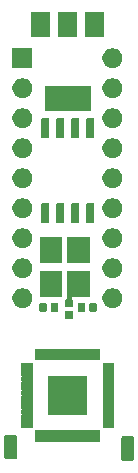
<source format=gbr>
G04 #@! TF.GenerationSoftware,KiCad,Pcbnew,5.1.5+dfsg1-2build2*
G04 #@! TF.CreationDate,2023-02-08T21:01:38+00:00*
G04 #@! TF.ProjectId,video-ram-replacement,76696465-6f2d-4726-916d-2d7265706c61,rev?*
G04 #@! TF.SameCoordinates,Original*
G04 #@! TF.FileFunction,Soldermask,Top*
G04 #@! TF.FilePolarity,Negative*
%FSLAX46Y46*%
G04 Gerber Fmt 4.6, Leading zero omitted, Abs format (unit mm)*
G04 Created by KiCad (PCBNEW 5.1.5+dfsg1-2build2) date 2023-02-08 21:01:38*
%MOMM*%
%LPD*%
G04 APERTURE LIST*
%ADD10C,0.150000*%
G04 APERTURE END LIST*
D10*
G36*
X188847434Y-158719686D02*
G01*
X188887284Y-158731774D01*
X188923999Y-158751399D01*
X188956186Y-158777814D01*
X188982601Y-158810001D01*
X189002226Y-158846716D01*
X189014314Y-158886566D01*
X189019000Y-158934141D01*
X189019000Y-160597859D01*
X189014314Y-160645434D01*
X189002226Y-160685284D01*
X188982601Y-160721999D01*
X188956186Y-160754186D01*
X188923999Y-160780601D01*
X188887284Y-160800226D01*
X188847434Y-160812314D01*
X188799859Y-160817000D01*
X188136141Y-160817000D01*
X188088566Y-160812314D01*
X188048716Y-160800226D01*
X188012001Y-160780601D01*
X187979814Y-160754186D01*
X187953399Y-160721999D01*
X187933774Y-160685284D01*
X187921686Y-160645434D01*
X187917000Y-160597859D01*
X187917000Y-158934141D01*
X187921686Y-158886566D01*
X187933774Y-158846716D01*
X187953399Y-158810001D01*
X187979814Y-158777814D01*
X188012001Y-158751399D01*
X188048716Y-158731774D01*
X188088566Y-158719686D01*
X188136141Y-158715000D01*
X188799859Y-158715000D01*
X188847434Y-158719686D01*
G37*
G36*
X178941434Y-158592686D02*
G01*
X178981284Y-158604774D01*
X179017999Y-158624399D01*
X179050186Y-158650814D01*
X179076601Y-158683001D01*
X179096226Y-158719716D01*
X179108314Y-158759566D01*
X179113000Y-158807141D01*
X179113000Y-160470859D01*
X179108314Y-160518434D01*
X179096226Y-160558284D01*
X179076601Y-160594999D01*
X179050186Y-160627186D01*
X179017999Y-160653601D01*
X178981284Y-160673226D01*
X178941434Y-160685314D01*
X178893859Y-160690000D01*
X178230141Y-160690000D01*
X178182566Y-160685314D01*
X178142716Y-160673226D01*
X178106001Y-160653601D01*
X178073814Y-160627186D01*
X178047399Y-160594999D01*
X178027774Y-160558284D01*
X178015686Y-160518434D01*
X178011000Y-160470859D01*
X178011000Y-158807141D01*
X178015686Y-158759566D01*
X178027774Y-158719716D01*
X178047399Y-158683001D01*
X178073814Y-158650814D01*
X178106001Y-158624399D01*
X178142716Y-158604774D01*
X178182566Y-158592686D01*
X178230141Y-158588000D01*
X178893859Y-158588000D01*
X178941434Y-158592686D01*
G37*
G36*
X180928416Y-158220043D02*
G01*
X180932556Y-158221299D01*
X180951716Y-158229235D01*
X180975750Y-158234015D01*
X181000254Y-158234015D01*
X181024287Y-158229234D01*
X181043445Y-158221299D01*
X181047584Y-158220043D01*
X181056143Y-158219200D01*
X181319857Y-158219200D01*
X181328416Y-158220043D01*
X181332556Y-158221299D01*
X181351716Y-158229235D01*
X181375750Y-158234015D01*
X181400254Y-158234015D01*
X181424287Y-158229234D01*
X181443445Y-158221299D01*
X181447584Y-158220043D01*
X181456143Y-158219200D01*
X181719857Y-158219200D01*
X181728416Y-158220043D01*
X181732556Y-158221299D01*
X181751716Y-158229235D01*
X181775750Y-158234015D01*
X181800254Y-158234015D01*
X181824287Y-158229234D01*
X181843445Y-158221299D01*
X181847584Y-158220043D01*
X181856143Y-158219200D01*
X182119857Y-158219200D01*
X182128416Y-158220043D01*
X182132556Y-158221299D01*
X182151716Y-158229235D01*
X182175750Y-158234015D01*
X182200254Y-158234015D01*
X182224287Y-158229234D01*
X182243445Y-158221299D01*
X182247584Y-158220043D01*
X182256143Y-158219200D01*
X182519857Y-158219200D01*
X182528416Y-158220043D01*
X182532556Y-158221299D01*
X182551716Y-158229235D01*
X182575750Y-158234015D01*
X182600254Y-158234015D01*
X182624287Y-158229234D01*
X182643445Y-158221299D01*
X182647584Y-158220043D01*
X182656143Y-158219200D01*
X182919857Y-158219200D01*
X182928416Y-158220043D01*
X182932556Y-158221299D01*
X182951716Y-158229235D01*
X182975750Y-158234015D01*
X183000254Y-158234015D01*
X183024287Y-158229234D01*
X183043445Y-158221299D01*
X183047584Y-158220043D01*
X183056143Y-158219200D01*
X183319857Y-158219200D01*
X183328416Y-158220043D01*
X183332556Y-158221299D01*
X183351716Y-158229235D01*
X183375750Y-158234015D01*
X183400254Y-158234015D01*
X183424287Y-158229234D01*
X183443445Y-158221299D01*
X183447584Y-158220043D01*
X183456143Y-158219200D01*
X183719857Y-158219200D01*
X183728416Y-158220043D01*
X183732556Y-158221299D01*
X183751716Y-158229235D01*
X183775750Y-158234015D01*
X183800254Y-158234015D01*
X183824287Y-158229234D01*
X183843445Y-158221299D01*
X183847584Y-158220043D01*
X183856143Y-158219200D01*
X184119857Y-158219200D01*
X184128416Y-158220043D01*
X184132556Y-158221299D01*
X184151716Y-158229235D01*
X184175750Y-158234015D01*
X184200254Y-158234015D01*
X184224287Y-158229234D01*
X184243445Y-158221299D01*
X184247584Y-158220043D01*
X184256143Y-158219200D01*
X184519857Y-158219200D01*
X184528416Y-158220043D01*
X184532556Y-158221299D01*
X184551716Y-158229235D01*
X184575750Y-158234015D01*
X184600254Y-158234015D01*
X184624287Y-158229234D01*
X184643445Y-158221299D01*
X184647584Y-158220043D01*
X184656143Y-158219200D01*
X184919857Y-158219200D01*
X184928416Y-158220043D01*
X184932556Y-158221299D01*
X184951716Y-158229235D01*
X184975750Y-158234015D01*
X185000254Y-158234015D01*
X185024287Y-158229234D01*
X185043445Y-158221299D01*
X185047584Y-158220043D01*
X185056143Y-158219200D01*
X185319857Y-158219200D01*
X185328416Y-158220043D01*
X185332556Y-158221299D01*
X185351716Y-158229235D01*
X185375750Y-158234015D01*
X185400254Y-158234015D01*
X185424287Y-158229234D01*
X185443445Y-158221299D01*
X185447584Y-158220043D01*
X185456143Y-158219200D01*
X185719857Y-158219200D01*
X185728416Y-158220043D01*
X185732556Y-158221299D01*
X185751716Y-158229235D01*
X185775750Y-158234015D01*
X185800254Y-158234015D01*
X185824287Y-158229234D01*
X185843445Y-158221299D01*
X185847584Y-158220043D01*
X185856143Y-158219200D01*
X186119857Y-158219200D01*
X186128416Y-158220043D01*
X186130745Y-158220750D01*
X186132887Y-158221895D01*
X186134765Y-158223435D01*
X186136305Y-158225313D01*
X186137450Y-158227455D01*
X186138157Y-158229784D01*
X186139000Y-158238343D01*
X186139000Y-159177057D01*
X186138157Y-159185616D01*
X186137450Y-159187945D01*
X186136305Y-159190087D01*
X186134765Y-159191965D01*
X186132887Y-159193505D01*
X186130745Y-159194650D01*
X186128416Y-159195357D01*
X186119857Y-159196200D01*
X185856143Y-159196200D01*
X185847584Y-159195357D01*
X185843444Y-159194101D01*
X185824284Y-159186165D01*
X185800250Y-159181385D01*
X185775746Y-159181385D01*
X185751713Y-159186166D01*
X185732555Y-159194101D01*
X185728416Y-159195357D01*
X185719857Y-159196200D01*
X185456143Y-159196200D01*
X185447584Y-159195357D01*
X185443444Y-159194101D01*
X185424284Y-159186165D01*
X185400250Y-159181385D01*
X185375746Y-159181385D01*
X185351713Y-159186166D01*
X185332555Y-159194101D01*
X185328416Y-159195357D01*
X185319857Y-159196200D01*
X185056143Y-159196200D01*
X185047584Y-159195357D01*
X185043444Y-159194101D01*
X185024284Y-159186165D01*
X185000250Y-159181385D01*
X184975746Y-159181385D01*
X184951713Y-159186166D01*
X184932555Y-159194101D01*
X184928416Y-159195357D01*
X184919857Y-159196200D01*
X184656143Y-159196200D01*
X184647584Y-159195357D01*
X184643444Y-159194101D01*
X184624284Y-159186165D01*
X184600250Y-159181385D01*
X184575746Y-159181385D01*
X184551713Y-159186166D01*
X184532555Y-159194101D01*
X184528416Y-159195357D01*
X184519857Y-159196200D01*
X184256143Y-159196200D01*
X184247584Y-159195357D01*
X184243444Y-159194101D01*
X184224284Y-159186165D01*
X184200250Y-159181385D01*
X184175746Y-159181385D01*
X184151713Y-159186166D01*
X184132555Y-159194101D01*
X184128416Y-159195357D01*
X184119857Y-159196200D01*
X183856143Y-159196200D01*
X183847584Y-159195357D01*
X183843444Y-159194101D01*
X183824284Y-159186165D01*
X183800250Y-159181385D01*
X183775746Y-159181385D01*
X183751713Y-159186166D01*
X183732555Y-159194101D01*
X183728416Y-159195357D01*
X183719857Y-159196200D01*
X183456143Y-159196200D01*
X183447584Y-159195357D01*
X183443444Y-159194101D01*
X183424284Y-159186165D01*
X183400250Y-159181385D01*
X183375746Y-159181385D01*
X183351713Y-159186166D01*
X183332555Y-159194101D01*
X183328416Y-159195357D01*
X183319857Y-159196200D01*
X183056143Y-159196200D01*
X183047584Y-159195357D01*
X183043444Y-159194101D01*
X183024284Y-159186165D01*
X183000250Y-159181385D01*
X182975746Y-159181385D01*
X182951713Y-159186166D01*
X182932555Y-159194101D01*
X182928416Y-159195357D01*
X182919857Y-159196200D01*
X182656143Y-159196200D01*
X182647584Y-159195357D01*
X182643444Y-159194101D01*
X182624284Y-159186165D01*
X182600250Y-159181385D01*
X182575746Y-159181385D01*
X182551713Y-159186166D01*
X182532555Y-159194101D01*
X182528416Y-159195357D01*
X182519857Y-159196200D01*
X182256143Y-159196200D01*
X182247584Y-159195357D01*
X182243444Y-159194101D01*
X182224284Y-159186165D01*
X182200250Y-159181385D01*
X182175746Y-159181385D01*
X182151713Y-159186166D01*
X182132555Y-159194101D01*
X182128416Y-159195357D01*
X182119857Y-159196200D01*
X181856143Y-159196200D01*
X181847584Y-159195357D01*
X181843444Y-159194101D01*
X181824284Y-159186165D01*
X181800250Y-159181385D01*
X181775746Y-159181385D01*
X181751713Y-159186166D01*
X181732555Y-159194101D01*
X181728416Y-159195357D01*
X181719857Y-159196200D01*
X181456143Y-159196200D01*
X181447584Y-159195357D01*
X181443444Y-159194101D01*
X181424284Y-159186165D01*
X181400250Y-159181385D01*
X181375746Y-159181385D01*
X181351713Y-159186166D01*
X181332555Y-159194101D01*
X181328416Y-159195357D01*
X181319857Y-159196200D01*
X181056143Y-159196200D01*
X181047584Y-159195357D01*
X181043444Y-159194101D01*
X181024284Y-159186165D01*
X181000250Y-159181385D01*
X180975746Y-159181385D01*
X180951713Y-159186166D01*
X180932555Y-159194101D01*
X180928416Y-159195357D01*
X180919857Y-159196200D01*
X180656143Y-159196200D01*
X180647584Y-159195357D01*
X180645255Y-159194650D01*
X180643113Y-159193505D01*
X180641235Y-159191965D01*
X180639695Y-159190087D01*
X180638550Y-159187945D01*
X180637843Y-159185616D01*
X180637000Y-159177057D01*
X180637000Y-158238343D01*
X180637843Y-158229784D01*
X180638550Y-158227455D01*
X180639695Y-158225313D01*
X180641235Y-158223435D01*
X180643113Y-158221895D01*
X180645255Y-158220750D01*
X180647584Y-158220043D01*
X180656143Y-158219200D01*
X180919857Y-158219200D01*
X180928416Y-158220043D01*
G37*
G36*
X180428416Y-152520043D02*
G01*
X180430745Y-152520750D01*
X180432887Y-152521895D01*
X180434765Y-152523435D01*
X180436305Y-152525313D01*
X180437450Y-152527455D01*
X180438157Y-152529784D01*
X180439000Y-152538343D01*
X180439000Y-152802057D01*
X180438157Y-152810616D01*
X180436901Y-152814756D01*
X180428965Y-152833916D01*
X180424185Y-152857950D01*
X180424185Y-152882454D01*
X180428966Y-152906487D01*
X180436901Y-152925645D01*
X180438157Y-152929784D01*
X180439000Y-152938343D01*
X180439000Y-153202057D01*
X180438157Y-153210616D01*
X180436901Y-153214756D01*
X180428965Y-153233916D01*
X180424185Y-153257950D01*
X180424185Y-153282454D01*
X180428966Y-153306487D01*
X180436901Y-153325645D01*
X180438157Y-153329784D01*
X180439000Y-153338343D01*
X180439000Y-153602057D01*
X180438157Y-153610616D01*
X180436901Y-153614756D01*
X180428965Y-153633916D01*
X180424185Y-153657950D01*
X180424185Y-153682454D01*
X180428966Y-153706487D01*
X180436901Y-153725645D01*
X180438157Y-153729784D01*
X180439000Y-153738343D01*
X180439000Y-154002057D01*
X180438157Y-154010616D01*
X180436901Y-154014756D01*
X180428965Y-154033916D01*
X180424185Y-154057950D01*
X180424185Y-154082454D01*
X180428966Y-154106487D01*
X180436901Y-154125645D01*
X180438157Y-154129784D01*
X180439000Y-154138343D01*
X180439000Y-154402057D01*
X180438157Y-154410616D01*
X180436901Y-154414756D01*
X180428965Y-154433916D01*
X180424185Y-154457950D01*
X180424185Y-154482454D01*
X180428966Y-154506487D01*
X180436901Y-154525645D01*
X180438157Y-154529784D01*
X180439000Y-154538343D01*
X180439000Y-154802057D01*
X180438157Y-154810616D01*
X180436901Y-154814756D01*
X180428965Y-154833916D01*
X180424185Y-154857950D01*
X180424185Y-154882454D01*
X180428966Y-154906487D01*
X180436901Y-154925645D01*
X180438157Y-154929784D01*
X180439000Y-154938343D01*
X180439000Y-155202057D01*
X180438157Y-155210616D01*
X180436901Y-155214756D01*
X180428965Y-155233916D01*
X180424185Y-155257950D01*
X180424185Y-155282454D01*
X180428966Y-155306487D01*
X180436901Y-155325645D01*
X180438157Y-155329784D01*
X180439000Y-155338343D01*
X180439000Y-155602057D01*
X180438157Y-155610616D01*
X180436901Y-155614756D01*
X180428965Y-155633916D01*
X180424185Y-155657950D01*
X180424185Y-155682454D01*
X180428966Y-155706487D01*
X180436901Y-155725645D01*
X180438157Y-155729784D01*
X180439000Y-155738343D01*
X180439000Y-156002057D01*
X180438157Y-156010616D01*
X180436901Y-156014756D01*
X180428965Y-156033916D01*
X180424185Y-156057950D01*
X180424185Y-156082454D01*
X180428966Y-156106487D01*
X180436901Y-156125645D01*
X180438157Y-156129784D01*
X180439000Y-156138343D01*
X180439000Y-156402057D01*
X180438157Y-156410616D01*
X180436901Y-156414756D01*
X180428965Y-156433916D01*
X180424185Y-156457950D01*
X180424185Y-156482454D01*
X180428966Y-156506487D01*
X180436901Y-156525645D01*
X180438157Y-156529784D01*
X180439000Y-156538343D01*
X180439000Y-156802057D01*
X180438157Y-156810616D01*
X180436901Y-156814756D01*
X180428965Y-156833916D01*
X180424185Y-156857950D01*
X180424185Y-156882454D01*
X180428966Y-156906487D01*
X180436901Y-156925645D01*
X180438157Y-156929784D01*
X180439000Y-156938343D01*
X180439000Y-157202057D01*
X180438157Y-157210616D01*
X180436901Y-157214756D01*
X180428965Y-157233916D01*
X180424185Y-157257950D01*
X180424185Y-157282454D01*
X180428966Y-157306487D01*
X180436901Y-157325645D01*
X180438157Y-157329784D01*
X180439000Y-157338343D01*
X180439000Y-157602057D01*
X180438157Y-157610616D01*
X180436901Y-157614756D01*
X180428965Y-157633916D01*
X180424185Y-157657950D01*
X180424185Y-157682454D01*
X180428966Y-157706487D01*
X180436901Y-157725645D01*
X180438157Y-157729784D01*
X180439000Y-157738343D01*
X180439000Y-158002057D01*
X180438157Y-158010616D01*
X180437450Y-158012945D01*
X180436305Y-158015087D01*
X180434765Y-158016965D01*
X180432887Y-158018505D01*
X180430745Y-158019650D01*
X180428416Y-158020357D01*
X180419857Y-158021200D01*
X179481143Y-158021200D01*
X179472584Y-158020357D01*
X179470255Y-158019650D01*
X179468113Y-158018505D01*
X179466235Y-158016965D01*
X179464695Y-158015087D01*
X179463550Y-158012945D01*
X179462843Y-158010616D01*
X179462000Y-158002057D01*
X179462000Y-157738343D01*
X179462843Y-157729784D01*
X179464099Y-157725644D01*
X179472035Y-157706484D01*
X179476815Y-157682450D01*
X179476815Y-157657946D01*
X179472034Y-157633913D01*
X179464099Y-157614755D01*
X179462843Y-157610616D01*
X179462000Y-157602057D01*
X179462000Y-157338343D01*
X179462843Y-157329784D01*
X179464099Y-157325644D01*
X179472035Y-157306484D01*
X179476815Y-157282450D01*
X179476815Y-157257946D01*
X179472034Y-157233913D01*
X179464099Y-157214755D01*
X179462843Y-157210616D01*
X179462000Y-157202057D01*
X179462000Y-156938343D01*
X179462843Y-156929784D01*
X179464099Y-156925644D01*
X179472035Y-156906484D01*
X179476815Y-156882450D01*
X179476815Y-156857946D01*
X179472034Y-156833913D01*
X179464099Y-156814755D01*
X179462843Y-156810616D01*
X179462000Y-156802057D01*
X179462000Y-156538343D01*
X179462843Y-156529784D01*
X179464099Y-156525644D01*
X179472035Y-156506484D01*
X179476815Y-156482450D01*
X179476815Y-156457946D01*
X179472034Y-156433913D01*
X179464099Y-156414755D01*
X179462843Y-156410616D01*
X179462000Y-156402057D01*
X179462000Y-156138343D01*
X179462843Y-156129784D01*
X179464099Y-156125644D01*
X179472035Y-156106484D01*
X179476815Y-156082450D01*
X179476815Y-156057946D01*
X179472034Y-156033913D01*
X179464099Y-156014755D01*
X179462843Y-156010616D01*
X179462000Y-156002057D01*
X179462000Y-155738343D01*
X179462843Y-155729784D01*
X179464099Y-155725644D01*
X179472035Y-155706484D01*
X179476815Y-155682450D01*
X179476815Y-155657946D01*
X179472034Y-155633913D01*
X179464099Y-155614755D01*
X179462843Y-155610616D01*
X179462000Y-155602057D01*
X179462000Y-155338343D01*
X179462843Y-155329784D01*
X179464099Y-155325644D01*
X179472035Y-155306484D01*
X179476815Y-155282450D01*
X179476815Y-155257946D01*
X179472034Y-155233913D01*
X179464099Y-155214755D01*
X179462843Y-155210616D01*
X179462000Y-155202057D01*
X179462000Y-154938343D01*
X179462843Y-154929784D01*
X179464099Y-154925644D01*
X179472035Y-154906484D01*
X179476815Y-154882450D01*
X179476815Y-154857946D01*
X179472034Y-154833913D01*
X179464099Y-154814755D01*
X179462843Y-154810616D01*
X179462000Y-154802057D01*
X179462000Y-154538343D01*
X179462843Y-154529784D01*
X179464099Y-154525644D01*
X179472035Y-154506484D01*
X179476815Y-154482450D01*
X179476815Y-154457946D01*
X179472034Y-154433913D01*
X179464099Y-154414755D01*
X179462843Y-154410616D01*
X179462000Y-154402057D01*
X179462000Y-154138343D01*
X179462843Y-154129784D01*
X179464099Y-154125644D01*
X179472035Y-154106484D01*
X179476815Y-154082450D01*
X179476815Y-154057946D01*
X179472034Y-154033913D01*
X179464099Y-154014755D01*
X179462843Y-154010616D01*
X179462000Y-154002057D01*
X179462000Y-153738343D01*
X179462843Y-153729784D01*
X179464099Y-153725644D01*
X179472035Y-153706484D01*
X179476815Y-153682450D01*
X179476815Y-153657946D01*
X179472034Y-153633913D01*
X179464099Y-153614755D01*
X179462843Y-153610616D01*
X179462000Y-153602057D01*
X179462000Y-153338343D01*
X179462843Y-153329784D01*
X179464099Y-153325644D01*
X179472035Y-153306484D01*
X179476815Y-153282450D01*
X179476815Y-153257946D01*
X179472034Y-153233913D01*
X179464099Y-153214755D01*
X179462843Y-153210616D01*
X179462000Y-153202057D01*
X179462000Y-152938343D01*
X179462843Y-152929784D01*
X179464099Y-152925644D01*
X179472035Y-152906484D01*
X179476815Y-152882450D01*
X179476815Y-152857946D01*
X179472034Y-152833913D01*
X179464099Y-152814755D01*
X179462843Y-152810616D01*
X179462000Y-152802057D01*
X179462000Y-152538343D01*
X179462843Y-152529784D01*
X179463550Y-152527455D01*
X179464695Y-152525313D01*
X179466235Y-152523435D01*
X179468113Y-152521895D01*
X179470255Y-152520750D01*
X179472584Y-152520043D01*
X179481143Y-152519200D01*
X180419857Y-152519200D01*
X180428416Y-152520043D01*
G37*
G36*
X187303416Y-152520043D02*
G01*
X187305745Y-152520750D01*
X187307887Y-152521895D01*
X187309765Y-152523435D01*
X187311305Y-152525313D01*
X187312450Y-152527455D01*
X187313157Y-152529784D01*
X187314000Y-152538343D01*
X187314000Y-152802057D01*
X187313157Y-152810616D01*
X187311901Y-152814756D01*
X187303965Y-152833916D01*
X187299185Y-152857950D01*
X187299185Y-152882454D01*
X187303966Y-152906487D01*
X187311901Y-152925645D01*
X187313157Y-152929784D01*
X187314000Y-152938343D01*
X187314000Y-153202057D01*
X187313157Y-153210616D01*
X187311901Y-153214756D01*
X187303965Y-153233916D01*
X187299185Y-153257950D01*
X187299185Y-153282454D01*
X187303966Y-153306487D01*
X187311901Y-153325645D01*
X187313157Y-153329784D01*
X187314000Y-153338343D01*
X187314000Y-153602057D01*
X187313157Y-153610616D01*
X187311901Y-153614756D01*
X187303965Y-153633916D01*
X187299185Y-153657950D01*
X187299185Y-153682454D01*
X187303966Y-153706487D01*
X187311901Y-153725645D01*
X187313157Y-153729784D01*
X187314000Y-153738343D01*
X187314000Y-154002057D01*
X187313157Y-154010616D01*
X187311901Y-154014756D01*
X187303965Y-154033916D01*
X187299185Y-154057950D01*
X187299185Y-154082454D01*
X187303966Y-154106487D01*
X187311901Y-154125645D01*
X187313157Y-154129784D01*
X187314000Y-154138343D01*
X187314000Y-154402057D01*
X187313157Y-154410616D01*
X187311901Y-154414756D01*
X187303965Y-154433916D01*
X187299185Y-154457950D01*
X187299185Y-154482454D01*
X187303966Y-154506487D01*
X187311901Y-154525645D01*
X187313157Y-154529784D01*
X187314000Y-154538343D01*
X187314000Y-154802057D01*
X187313157Y-154810616D01*
X187311901Y-154814756D01*
X187303965Y-154833916D01*
X187299185Y-154857950D01*
X187299185Y-154882454D01*
X187303966Y-154906487D01*
X187311901Y-154925645D01*
X187313157Y-154929784D01*
X187314000Y-154938343D01*
X187314000Y-155202057D01*
X187313157Y-155210616D01*
X187311901Y-155214756D01*
X187303965Y-155233916D01*
X187299185Y-155257950D01*
X187299185Y-155282454D01*
X187303966Y-155306487D01*
X187311901Y-155325645D01*
X187313157Y-155329784D01*
X187314000Y-155338343D01*
X187314000Y-155602057D01*
X187313157Y-155610616D01*
X187311901Y-155614756D01*
X187303965Y-155633916D01*
X187299185Y-155657950D01*
X187299185Y-155682454D01*
X187303966Y-155706487D01*
X187311901Y-155725645D01*
X187313157Y-155729784D01*
X187314000Y-155738343D01*
X187314000Y-156002057D01*
X187313157Y-156010616D01*
X187311901Y-156014756D01*
X187303965Y-156033916D01*
X187299185Y-156057950D01*
X187299185Y-156082454D01*
X187303966Y-156106487D01*
X187311901Y-156125645D01*
X187313157Y-156129784D01*
X187314000Y-156138343D01*
X187314000Y-156402057D01*
X187313157Y-156410616D01*
X187311901Y-156414756D01*
X187303965Y-156433916D01*
X187299185Y-156457950D01*
X187299185Y-156482454D01*
X187303966Y-156506487D01*
X187311901Y-156525645D01*
X187313157Y-156529784D01*
X187314000Y-156538343D01*
X187314000Y-156802057D01*
X187313157Y-156810616D01*
X187311901Y-156814756D01*
X187303965Y-156833916D01*
X187299185Y-156857950D01*
X187299185Y-156882454D01*
X187303966Y-156906487D01*
X187311901Y-156925645D01*
X187313157Y-156929784D01*
X187314000Y-156938343D01*
X187314000Y-157202057D01*
X187313157Y-157210616D01*
X187311901Y-157214756D01*
X187303965Y-157233916D01*
X187299185Y-157257950D01*
X187299185Y-157282454D01*
X187303966Y-157306487D01*
X187311901Y-157325645D01*
X187313157Y-157329784D01*
X187314000Y-157338343D01*
X187314000Y-157602057D01*
X187313157Y-157610616D01*
X187311901Y-157614756D01*
X187303965Y-157633916D01*
X187299185Y-157657950D01*
X187299185Y-157682454D01*
X187303966Y-157706487D01*
X187311901Y-157725645D01*
X187313157Y-157729784D01*
X187314000Y-157738343D01*
X187314000Y-158002057D01*
X187313157Y-158010616D01*
X187312450Y-158012945D01*
X187311305Y-158015087D01*
X187309765Y-158016965D01*
X187307887Y-158018505D01*
X187305745Y-158019650D01*
X187303416Y-158020357D01*
X187294857Y-158021200D01*
X186356143Y-158021200D01*
X186347584Y-158020357D01*
X186345255Y-158019650D01*
X186343113Y-158018505D01*
X186341235Y-158016965D01*
X186339695Y-158015087D01*
X186338550Y-158012945D01*
X186337843Y-158010616D01*
X186337000Y-158002057D01*
X186337000Y-157738343D01*
X186337843Y-157729784D01*
X186339099Y-157725644D01*
X186347035Y-157706484D01*
X186351815Y-157682450D01*
X186351815Y-157657946D01*
X186347034Y-157633913D01*
X186339099Y-157614755D01*
X186337843Y-157610616D01*
X186337000Y-157602057D01*
X186337000Y-157338343D01*
X186337843Y-157329784D01*
X186339099Y-157325644D01*
X186347035Y-157306484D01*
X186351815Y-157282450D01*
X186351815Y-157257946D01*
X186347034Y-157233913D01*
X186339099Y-157214755D01*
X186337843Y-157210616D01*
X186337000Y-157202057D01*
X186337000Y-156938343D01*
X186337843Y-156929784D01*
X186339099Y-156925644D01*
X186347035Y-156906484D01*
X186351815Y-156882450D01*
X186351815Y-156857946D01*
X186347034Y-156833913D01*
X186339099Y-156814755D01*
X186337843Y-156810616D01*
X186337000Y-156802057D01*
X186337000Y-156538343D01*
X186337843Y-156529784D01*
X186339099Y-156525644D01*
X186347035Y-156506484D01*
X186351815Y-156482450D01*
X186351815Y-156457946D01*
X186347034Y-156433913D01*
X186339099Y-156414755D01*
X186337843Y-156410616D01*
X186337000Y-156402057D01*
X186337000Y-156138343D01*
X186337843Y-156129784D01*
X186339099Y-156125644D01*
X186347035Y-156106484D01*
X186351815Y-156082450D01*
X186351815Y-156057946D01*
X186347034Y-156033913D01*
X186339099Y-156014755D01*
X186337843Y-156010616D01*
X186337000Y-156002057D01*
X186337000Y-155738343D01*
X186337843Y-155729784D01*
X186339099Y-155725644D01*
X186347035Y-155706484D01*
X186351815Y-155682450D01*
X186351815Y-155657946D01*
X186347034Y-155633913D01*
X186339099Y-155614755D01*
X186337843Y-155610616D01*
X186337000Y-155602057D01*
X186337000Y-155338343D01*
X186337843Y-155329784D01*
X186339099Y-155325644D01*
X186347035Y-155306484D01*
X186351815Y-155282450D01*
X186351815Y-155257946D01*
X186347034Y-155233913D01*
X186339099Y-155214755D01*
X186337843Y-155210616D01*
X186337000Y-155202057D01*
X186337000Y-154938343D01*
X186337843Y-154929784D01*
X186339099Y-154925644D01*
X186347035Y-154906484D01*
X186351815Y-154882450D01*
X186351815Y-154857946D01*
X186347034Y-154833913D01*
X186339099Y-154814755D01*
X186337843Y-154810616D01*
X186337000Y-154802057D01*
X186337000Y-154538343D01*
X186337843Y-154529784D01*
X186339099Y-154525644D01*
X186347035Y-154506484D01*
X186351815Y-154482450D01*
X186351815Y-154457946D01*
X186347034Y-154433913D01*
X186339099Y-154414755D01*
X186337843Y-154410616D01*
X186337000Y-154402057D01*
X186337000Y-154138343D01*
X186337843Y-154129784D01*
X186339099Y-154125644D01*
X186347035Y-154106484D01*
X186351815Y-154082450D01*
X186351815Y-154057946D01*
X186347034Y-154033913D01*
X186339099Y-154014755D01*
X186337843Y-154010616D01*
X186337000Y-154002057D01*
X186337000Y-153738343D01*
X186337843Y-153729784D01*
X186339099Y-153725644D01*
X186347035Y-153706484D01*
X186351815Y-153682450D01*
X186351815Y-153657946D01*
X186347034Y-153633913D01*
X186339099Y-153614755D01*
X186337843Y-153610616D01*
X186337000Y-153602057D01*
X186337000Y-153338343D01*
X186337843Y-153329784D01*
X186339099Y-153325644D01*
X186347035Y-153306484D01*
X186351815Y-153282450D01*
X186351815Y-153257946D01*
X186347034Y-153233913D01*
X186339099Y-153214755D01*
X186337843Y-153210616D01*
X186337000Y-153202057D01*
X186337000Y-152938343D01*
X186337843Y-152929784D01*
X186339099Y-152925644D01*
X186347035Y-152906484D01*
X186351815Y-152882450D01*
X186351815Y-152857946D01*
X186347034Y-152833913D01*
X186339099Y-152814755D01*
X186337843Y-152810616D01*
X186337000Y-152802057D01*
X186337000Y-152538343D01*
X186337843Y-152529784D01*
X186338550Y-152527455D01*
X186339695Y-152525313D01*
X186341235Y-152523435D01*
X186343113Y-152521895D01*
X186345255Y-152520750D01*
X186347584Y-152520043D01*
X186356143Y-152519200D01*
X187294857Y-152519200D01*
X187303416Y-152520043D01*
G37*
G36*
X185010840Y-153620462D02*
G01*
X185017258Y-153622409D01*
X185023181Y-153625575D01*
X185028368Y-153629832D01*
X185032625Y-153635019D01*
X185035791Y-153640942D01*
X185037738Y-153647360D01*
X185039000Y-153660178D01*
X185039000Y-156880222D01*
X185037738Y-156893040D01*
X185035791Y-156899458D01*
X185032625Y-156905381D01*
X185028368Y-156910568D01*
X185023181Y-156914825D01*
X185017258Y-156917991D01*
X185010840Y-156919938D01*
X184998022Y-156921200D01*
X181777978Y-156921200D01*
X181765160Y-156919938D01*
X181758742Y-156917991D01*
X181752819Y-156914825D01*
X181747632Y-156910568D01*
X181743375Y-156905381D01*
X181740209Y-156899458D01*
X181738262Y-156893040D01*
X181737000Y-156880222D01*
X181737000Y-153660178D01*
X181738262Y-153647360D01*
X181740209Y-153640942D01*
X181743375Y-153635019D01*
X181747632Y-153629832D01*
X181752819Y-153625575D01*
X181758742Y-153622409D01*
X181765160Y-153620462D01*
X181777978Y-153619200D01*
X184998022Y-153619200D01*
X185010840Y-153620462D01*
G37*
G36*
X180928416Y-151345043D02*
G01*
X180932556Y-151346299D01*
X180951716Y-151354235D01*
X180975750Y-151359015D01*
X181000254Y-151359015D01*
X181024287Y-151354234D01*
X181043445Y-151346299D01*
X181047584Y-151345043D01*
X181056143Y-151344200D01*
X181319857Y-151344200D01*
X181328416Y-151345043D01*
X181332556Y-151346299D01*
X181351716Y-151354235D01*
X181375750Y-151359015D01*
X181400254Y-151359015D01*
X181424287Y-151354234D01*
X181443445Y-151346299D01*
X181447584Y-151345043D01*
X181456143Y-151344200D01*
X181719857Y-151344200D01*
X181728416Y-151345043D01*
X181732556Y-151346299D01*
X181751716Y-151354235D01*
X181775750Y-151359015D01*
X181800254Y-151359015D01*
X181824287Y-151354234D01*
X181843445Y-151346299D01*
X181847584Y-151345043D01*
X181856143Y-151344200D01*
X182119857Y-151344200D01*
X182128416Y-151345043D01*
X182132556Y-151346299D01*
X182151716Y-151354235D01*
X182175750Y-151359015D01*
X182200254Y-151359015D01*
X182224287Y-151354234D01*
X182243445Y-151346299D01*
X182247584Y-151345043D01*
X182256143Y-151344200D01*
X182519857Y-151344200D01*
X182528416Y-151345043D01*
X182532556Y-151346299D01*
X182551716Y-151354235D01*
X182575750Y-151359015D01*
X182600254Y-151359015D01*
X182624287Y-151354234D01*
X182643445Y-151346299D01*
X182647584Y-151345043D01*
X182656143Y-151344200D01*
X182919857Y-151344200D01*
X182928416Y-151345043D01*
X182932556Y-151346299D01*
X182951716Y-151354235D01*
X182975750Y-151359015D01*
X183000254Y-151359015D01*
X183024287Y-151354234D01*
X183043445Y-151346299D01*
X183047584Y-151345043D01*
X183056143Y-151344200D01*
X183319857Y-151344200D01*
X183328416Y-151345043D01*
X183332556Y-151346299D01*
X183351716Y-151354235D01*
X183375750Y-151359015D01*
X183400254Y-151359015D01*
X183424287Y-151354234D01*
X183443445Y-151346299D01*
X183447584Y-151345043D01*
X183456143Y-151344200D01*
X183719857Y-151344200D01*
X183728416Y-151345043D01*
X183732556Y-151346299D01*
X183751716Y-151354235D01*
X183775750Y-151359015D01*
X183800254Y-151359015D01*
X183824287Y-151354234D01*
X183843445Y-151346299D01*
X183847584Y-151345043D01*
X183856143Y-151344200D01*
X184119857Y-151344200D01*
X184128416Y-151345043D01*
X184132556Y-151346299D01*
X184151716Y-151354235D01*
X184175750Y-151359015D01*
X184200254Y-151359015D01*
X184224287Y-151354234D01*
X184243445Y-151346299D01*
X184247584Y-151345043D01*
X184256143Y-151344200D01*
X184519857Y-151344200D01*
X184528416Y-151345043D01*
X184532556Y-151346299D01*
X184551716Y-151354235D01*
X184575750Y-151359015D01*
X184600254Y-151359015D01*
X184624287Y-151354234D01*
X184643445Y-151346299D01*
X184647584Y-151345043D01*
X184656143Y-151344200D01*
X184919857Y-151344200D01*
X184928416Y-151345043D01*
X184932556Y-151346299D01*
X184951716Y-151354235D01*
X184975750Y-151359015D01*
X185000254Y-151359015D01*
X185024287Y-151354234D01*
X185043445Y-151346299D01*
X185047584Y-151345043D01*
X185056143Y-151344200D01*
X185319857Y-151344200D01*
X185328416Y-151345043D01*
X185332556Y-151346299D01*
X185351716Y-151354235D01*
X185375750Y-151359015D01*
X185400254Y-151359015D01*
X185424287Y-151354234D01*
X185443445Y-151346299D01*
X185447584Y-151345043D01*
X185456143Y-151344200D01*
X185719857Y-151344200D01*
X185728416Y-151345043D01*
X185732556Y-151346299D01*
X185751716Y-151354235D01*
X185775750Y-151359015D01*
X185800254Y-151359015D01*
X185824287Y-151354234D01*
X185843445Y-151346299D01*
X185847584Y-151345043D01*
X185856143Y-151344200D01*
X186119857Y-151344200D01*
X186128416Y-151345043D01*
X186130745Y-151345750D01*
X186132887Y-151346895D01*
X186134765Y-151348435D01*
X186136305Y-151350313D01*
X186137450Y-151352455D01*
X186138157Y-151354784D01*
X186139000Y-151363343D01*
X186139000Y-152302057D01*
X186138157Y-152310616D01*
X186137450Y-152312945D01*
X186136305Y-152315087D01*
X186134765Y-152316965D01*
X186132887Y-152318505D01*
X186130745Y-152319650D01*
X186128416Y-152320357D01*
X186119857Y-152321200D01*
X185856143Y-152321200D01*
X185847584Y-152320357D01*
X185843444Y-152319101D01*
X185824284Y-152311165D01*
X185800250Y-152306385D01*
X185775746Y-152306385D01*
X185751713Y-152311166D01*
X185732555Y-152319101D01*
X185728416Y-152320357D01*
X185719857Y-152321200D01*
X185456143Y-152321200D01*
X185447584Y-152320357D01*
X185443444Y-152319101D01*
X185424284Y-152311165D01*
X185400250Y-152306385D01*
X185375746Y-152306385D01*
X185351713Y-152311166D01*
X185332555Y-152319101D01*
X185328416Y-152320357D01*
X185319857Y-152321200D01*
X185056143Y-152321200D01*
X185047584Y-152320357D01*
X185043444Y-152319101D01*
X185024284Y-152311165D01*
X185000250Y-152306385D01*
X184975746Y-152306385D01*
X184951713Y-152311166D01*
X184932555Y-152319101D01*
X184928416Y-152320357D01*
X184919857Y-152321200D01*
X184656143Y-152321200D01*
X184647584Y-152320357D01*
X184643444Y-152319101D01*
X184624284Y-152311165D01*
X184600250Y-152306385D01*
X184575746Y-152306385D01*
X184551713Y-152311166D01*
X184532555Y-152319101D01*
X184528416Y-152320357D01*
X184519857Y-152321200D01*
X184256143Y-152321200D01*
X184247584Y-152320357D01*
X184243444Y-152319101D01*
X184224284Y-152311165D01*
X184200250Y-152306385D01*
X184175746Y-152306385D01*
X184151713Y-152311166D01*
X184132555Y-152319101D01*
X184128416Y-152320357D01*
X184119857Y-152321200D01*
X183856143Y-152321200D01*
X183847584Y-152320357D01*
X183843444Y-152319101D01*
X183824284Y-152311165D01*
X183800250Y-152306385D01*
X183775746Y-152306385D01*
X183751713Y-152311166D01*
X183732555Y-152319101D01*
X183728416Y-152320357D01*
X183719857Y-152321200D01*
X183456143Y-152321200D01*
X183447584Y-152320357D01*
X183443444Y-152319101D01*
X183424284Y-152311165D01*
X183400250Y-152306385D01*
X183375746Y-152306385D01*
X183351713Y-152311166D01*
X183332555Y-152319101D01*
X183328416Y-152320357D01*
X183319857Y-152321200D01*
X183056143Y-152321200D01*
X183047584Y-152320357D01*
X183043444Y-152319101D01*
X183024284Y-152311165D01*
X183000250Y-152306385D01*
X182975746Y-152306385D01*
X182951713Y-152311166D01*
X182932555Y-152319101D01*
X182928416Y-152320357D01*
X182919857Y-152321200D01*
X182656143Y-152321200D01*
X182647584Y-152320357D01*
X182643444Y-152319101D01*
X182624284Y-152311165D01*
X182600250Y-152306385D01*
X182575746Y-152306385D01*
X182551713Y-152311166D01*
X182532555Y-152319101D01*
X182528416Y-152320357D01*
X182519857Y-152321200D01*
X182256143Y-152321200D01*
X182247584Y-152320357D01*
X182243444Y-152319101D01*
X182224284Y-152311165D01*
X182200250Y-152306385D01*
X182175746Y-152306385D01*
X182151713Y-152311166D01*
X182132555Y-152319101D01*
X182128416Y-152320357D01*
X182119857Y-152321200D01*
X181856143Y-152321200D01*
X181847584Y-152320357D01*
X181843444Y-152319101D01*
X181824284Y-152311165D01*
X181800250Y-152306385D01*
X181775746Y-152306385D01*
X181751713Y-152311166D01*
X181732555Y-152319101D01*
X181728416Y-152320357D01*
X181719857Y-152321200D01*
X181456143Y-152321200D01*
X181447584Y-152320357D01*
X181443444Y-152319101D01*
X181424284Y-152311165D01*
X181400250Y-152306385D01*
X181375746Y-152306385D01*
X181351713Y-152311166D01*
X181332555Y-152319101D01*
X181328416Y-152320357D01*
X181319857Y-152321200D01*
X181056143Y-152321200D01*
X181047584Y-152320357D01*
X181043444Y-152319101D01*
X181024284Y-152311165D01*
X181000250Y-152306385D01*
X180975746Y-152306385D01*
X180951713Y-152311166D01*
X180932555Y-152319101D01*
X180928416Y-152320357D01*
X180919857Y-152321200D01*
X180656143Y-152321200D01*
X180647584Y-152320357D01*
X180645255Y-152319650D01*
X180643113Y-152318505D01*
X180641235Y-152316965D01*
X180639695Y-152315087D01*
X180638550Y-152312945D01*
X180637843Y-152310616D01*
X180637000Y-152302057D01*
X180637000Y-151363343D01*
X180637843Y-151354784D01*
X180638550Y-151352455D01*
X180639695Y-151350313D01*
X180641235Y-151348435D01*
X180643113Y-151346895D01*
X180645255Y-151345750D01*
X180647584Y-151345043D01*
X180656143Y-151344200D01*
X180919857Y-151344200D01*
X180928416Y-151345043D01*
G37*
G36*
X183767576Y-148131972D02*
G01*
X183786781Y-148137798D01*
X183804493Y-148147265D01*
X183820005Y-148159995D01*
X183832735Y-148175507D01*
X183842202Y-148193219D01*
X183848028Y-148212424D01*
X183850600Y-148238540D01*
X183850600Y-148682260D01*
X183848028Y-148708376D01*
X183842202Y-148727581D01*
X183832735Y-148745293D01*
X183820005Y-148760805D01*
X183804493Y-148773535D01*
X183786781Y-148783002D01*
X183767576Y-148788828D01*
X183741460Y-148791400D01*
X183237740Y-148791400D01*
X183211624Y-148788828D01*
X183192419Y-148783002D01*
X183174707Y-148773535D01*
X183159195Y-148760805D01*
X183146465Y-148745293D01*
X183136998Y-148727581D01*
X183131172Y-148708376D01*
X183128600Y-148682260D01*
X183128600Y-148238540D01*
X183131172Y-148212424D01*
X183136998Y-148193219D01*
X183146465Y-148175507D01*
X183159195Y-148159995D01*
X183174707Y-148147265D01*
X183192419Y-148137798D01*
X183211624Y-148131972D01*
X183237740Y-148129400D01*
X183741460Y-148129400D01*
X183767576Y-148131972D01*
G37*
G36*
X181555776Y-147469572D02*
G01*
X181574981Y-147475398D01*
X181592693Y-147484865D01*
X181608205Y-147497595D01*
X181620935Y-147513107D01*
X181630402Y-147530819D01*
X181636228Y-147550024D01*
X181638800Y-147576140D01*
X181638800Y-148079860D01*
X181636228Y-148105976D01*
X181630402Y-148125181D01*
X181620935Y-148142893D01*
X181608205Y-148158405D01*
X181592693Y-148171135D01*
X181574981Y-148180602D01*
X181555776Y-148186428D01*
X181529660Y-148189000D01*
X181085940Y-148189000D01*
X181059824Y-148186428D01*
X181040619Y-148180602D01*
X181022907Y-148171135D01*
X181007395Y-148158405D01*
X180994665Y-148142893D01*
X180985198Y-148125181D01*
X180979372Y-148105976D01*
X180976800Y-148079860D01*
X180976800Y-147576140D01*
X180979372Y-147550024D01*
X180985198Y-147530819D01*
X180994665Y-147513107D01*
X181007395Y-147497595D01*
X181022907Y-147484865D01*
X181040619Y-147475398D01*
X181059824Y-147469572D01*
X181085940Y-147467000D01*
X181529660Y-147467000D01*
X181555776Y-147469572D01*
G37*
G36*
X182515776Y-147469572D02*
G01*
X182534981Y-147475398D01*
X182552693Y-147484865D01*
X182568205Y-147497595D01*
X182580935Y-147513107D01*
X182590402Y-147530819D01*
X182596228Y-147550024D01*
X182598800Y-147576140D01*
X182598800Y-148079860D01*
X182596228Y-148105976D01*
X182590402Y-148125181D01*
X182580935Y-148142893D01*
X182568205Y-148158405D01*
X182552693Y-148171135D01*
X182534981Y-148180602D01*
X182515776Y-148186428D01*
X182489660Y-148189000D01*
X182045940Y-148189000D01*
X182019824Y-148186428D01*
X182000619Y-148180602D01*
X181982907Y-148171135D01*
X181967395Y-148158405D01*
X181954665Y-148142893D01*
X181945198Y-148125181D01*
X181939372Y-148105976D01*
X181936800Y-148079860D01*
X181936800Y-147576140D01*
X181939372Y-147550024D01*
X181945198Y-147530819D01*
X181954665Y-147513107D01*
X181967395Y-147497595D01*
X181982907Y-147484865D01*
X182000619Y-147475398D01*
X182019824Y-147469572D01*
X182045940Y-147467000D01*
X182489660Y-147467000D01*
X182515776Y-147469572D01*
G37*
G36*
X185766976Y-147469572D02*
G01*
X185786181Y-147475398D01*
X185803893Y-147484865D01*
X185819405Y-147497595D01*
X185832135Y-147513107D01*
X185841602Y-147530819D01*
X185847428Y-147550024D01*
X185850000Y-147576140D01*
X185850000Y-148079860D01*
X185847428Y-148105976D01*
X185841602Y-148125181D01*
X185832135Y-148142893D01*
X185819405Y-148158405D01*
X185803893Y-148171135D01*
X185786181Y-148180602D01*
X185766976Y-148186428D01*
X185740860Y-148189000D01*
X185297140Y-148189000D01*
X185271024Y-148186428D01*
X185251819Y-148180602D01*
X185234107Y-148171135D01*
X185218595Y-148158405D01*
X185205865Y-148142893D01*
X185196398Y-148125181D01*
X185190572Y-148105976D01*
X185188000Y-148079860D01*
X185188000Y-147576140D01*
X185190572Y-147550024D01*
X185196398Y-147530819D01*
X185205865Y-147513107D01*
X185218595Y-147497595D01*
X185234107Y-147484865D01*
X185251819Y-147475398D01*
X185271024Y-147469572D01*
X185297140Y-147467000D01*
X185740860Y-147467000D01*
X185766976Y-147469572D01*
G37*
G36*
X184806976Y-147469572D02*
G01*
X184826181Y-147475398D01*
X184843893Y-147484865D01*
X184859405Y-147497595D01*
X184872135Y-147513107D01*
X184881602Y-147530819D01*
X184887428Y-147550024D01*
X184890000Y-147576140D01*
X184890000Y-148079860D01*
X184887428Y-148105976D01*
X184881602Y-148125181D01*
X184872135Y-148142893D01*
X184859405Y-148158405D01*
X184843893Y-148171135D01*
X184826181Y-148180602D01*
X184806976Y-148186428D01*
X184780860Y-148189000D01*
X184337140Y-148189000D01*
X184311024Y-148186428D01*
X184291819Y-148180602D01*
X184274107Y-148171135D01*
X184258595Y-148158405D01*
X184245865Y-148142893D01*
X184236398Y-148125181D01*
X184230572Y-148105976D01*
X184228000Y-148079860D01*
X184228000Y-147576140D01*
X184230572Y-147550024D01*
X184236398Y-147530819D01*
X184245865Y-147513107D01*
X184258595Y-147497595D01*
X184274107Y-147484865D01*
X184291819Y-147475398D01*
X184311024Y-147469572D01*
X184337140Y-147467000D01*
X184780860Y-147467000D01*
X184806976Y-147469572D01*
G37*
G36*
X187424228Y-146233703D02*
G01*
X187579100Y-146297853D01*
X187718481Y-146390985D01*
X187837015Y-146509519D01*
X187930147Y-146648900D01*
X187994297Y-146803772D01*
X188027000Y-146968184D01*
X188027000Y-147135816D01*
X187994297Y-147300228D01*
X187930147Y-147455100D01*
X187837015Y-147594481D01*
X187718481Y-147713015D01*
X187579100Y-147806147D01*
X187424228Y-147870297D01*
X187259816Y-147903000D01*
X187092184Y-147903000D01*
X186927772Y-147870297D01*
X186772900Y-147806147D01*
X186633519Y-147713015D01*
X186514985Y-147594481D01*
X186421853Y-147455100D01*
X186357703Y-147300228D01*
X186325000Y-147135816D01*
X186325000Y-146968184D01*
X186357703Y-146803772D01*
X186421853Y-146648900D01*
X186514985Y-146509519D01*
X186633519Y-146390985D01*
X186772900Y-146297853D01*
X186927772Y-146233703D01*
X187092184Y-146201000D01*
X187259816Y-146201000D01*
X187424228Y-146233703D01*
G37*
G36*
X179804228Y-146233703D02*
G01*
X179959100Y-146297853D01*
X180098481Y-146390985D01*
X180217015Y-146509519D01*
X180310147Y-146648900D01*
X180374297Y-146803772D01*
X180407000Y-146968184D01*
X180407000Y-147135816D01*
X180374297Y-147300228D01*
X180310147Y-147455100D01*
X180217015Y-147594481D01*
X180098481Y-147713015D01*
X179959100Y-147806147D01*
X179804228Y-147870297D01*
X179639816Y-147903000D01*
X179472184Y-147903000D01*
X179307772Y-147870297D01*
X179152900Y-147806147D01*
X179013519Y-147713015D01*
X178894985Y-147594481D01*
X178801853Y-147455100D01*
X178737703Y-147300228D01*
X178705000Y-147135816D01*
X178705000Y-146968184D01*
X178737703Y-146803772D01*
X178801853Y-146648900D01*
X178894985Y-146509519D01*
X179013519Y-146390985D01*
X179152900Y-146297853D01*
X179307772Y-146233703D01*
X179472184Y-146201000D01*
X179639816Y-146201000D01*
X179804228Y-146233703D01*
G37*
G36*
X185235000Y-146950000D02*
G01*
X183859626Y-146950000D01*
X183835240Y-146952402D01*
X183811791Y-146959515D01*
X183790180Y-146971066D01*
X183771238Y-146986611D01*
X183755693Y-147005553D01*
X183744142Y-147027164D01*
X183737029Y-147050613D01*
X183734627Y-147074999D01*
X183737029Y-147099385D01*
X183744142Y-147122834D01*
X183755693Y-147144445D01*
X183771238Y-147163387D01*
X183800701Y-147185238D01*
X183804491Y-147187264D01*
X183820005Y-147199995D01*
X183832735Y-147215507D01*
X183842202Y-147233219D01*
X183848028Y-147252424D01*
X183850600Y-147278540D01*
X183850600Y-147722260D01*
X183848028Y-147748376D01*
X183842202Y-147767581D01*
X183832735Y-147785293D01*
X183820005Y-147800805D01*
X183804493Y-147813535D01*
X183786781Y-147823002D01*
X183767576Y-147828828D01*
X183741460Y-147831400D01*
X183237740Y-147831400D01*
X183211624Y-147828828D01*
X183192419Y-147823002D01*
X183174707Y-147813535D01*
X183159195Y-147800805D01*
X183146465Y-147785293D01*
X183136998Y-147767581D01*
X183131172Y-147748376D01*
X183128600Y-147722260D01*
X183128600Y-147278540D01*
X183131172Y-147252424D01*
X183136998Y-147233219D01*
X183146465Y-147215507D01*
X183159195Y-147199995D01*
X183174707Y-147187265D01*
X183192419Y-147177798D01*
X183211624Y-147171972D01*
X183220255Y-147171122D01*
X183244289Y-147166341D01*
X183266927Y-147156963D01*
X183287301Y-147143349D01*
X183304628Y-147126022D01*
X183318241Y-147105647D01*
X183327618Y-147083008D01*
X183333000Y-147046725D01*
X183333000Y-144748000D01*
X185235000Y-144748000D01*
X185235000Y-146950000D01*
G37*
G36*
X182935000Y-146950000D02*
G01*
X181033000Y-146950000D01*
X181033000Y-144748000D01*
X182935000Y-144748000D01*
X182935000Y-146950000D01*
G37*
G36*
X187424228Y-143693703D02*
G01*
X187579100Y-143757853D01*
X187718481Y-143850985D01*
X187837015Y-143969519D01*
X187930147Y-144108900D01*
X187994297Y-144263772D01*
X188027000Y-144428184D01*
X188027000Y-144595816D01*
X187994297Y-144760228D01*
X187930147Y-144915100D01*
X187837015Y-145054481D01*
X187718481Y-145173015D01*
X187579100Y-145266147D01*
X187424228Y-145330297D01*
X187259816Y-145363000D01*
X187092184Y-145363000D01*
X186927772Y-145330297D01*
X186772900Y-145266147D01*
X186633519Y-145173015D01*
X186514985Y-145054481D01*
X186421853Y-144915100D01*
X186357703Y-144760228D01*
X186325000Y-144595816D01*
X186325000Y-144428184D01*
X186357703Y-144263772D01*
X186421853Y-144108900D01*
X186514985Y-143969519D01*
X186633519Y-143850985D01*
X186772900Y-143757853D01*
X186927772Y-143693703D01*
X187092184Y-143661000D01*
X187259816Y-143661000D01*
X187424228Y-143693703D01*
G37*
G36*
X179804228Y-143693703D02*
G01*
X179959100Y-143757853D01*
X180098481Y-143850985D01*
X180217015Y-143969519D01*
X180310147Y-144108900D01*
X180374297Y-144263772D01*
X180407000Y-144428184D01*
X180407000Y-144595816D01*
X180374297Y-144760228D01*
X180310147Y-144915100D01*
X180217015Y-145054481D01*
X180098481Y-145173015D01*
X179959100Y-145266147D01*
X179804228Y-145330297D01*
X179639816Y-145363000D01*
X179472184Y-145363000D01*
X179307772Y-145330297D01*
X179152900Y-145266147D01*
X179013519Y-145173015D01*
X178894985Y-145054481D01*
X178801853Y-144915100D01*
X178737703Y-144760228D01*
X178705000Y-144595816D01*
X178705000Y-144428184D01*
X178737703Y-144263772D01*
X178801853Y-144108900D01*
X178894985Y-143969519D01*
X179013519Y-143850985D01*
X179152900Y-143757853D01*
X179307772Y-143693703D01*
X179472184Y-143661000D01*
X179639816Y-143661000D01*
X179804228Y-143693703D01*
G37*
G36*
X185235000Y-144050000D02*
G01*
X183333000Y-144050000D01*
X183333000Y-141848000D01*
X185235000Y-141848000D01*
X185235000Y-144050000D01*
G37*
G36*
X182935000Y-144050000D02*
G01*
X181033000Y-144050000D01*
X181033000Y-141848000D01*
X182935000Y-141848000D01*
X182935000Y-144050000D01*
G37*
G36*
X187424228Y-141153703D02*
G01*
X187579100Y-141217853D01*
X187718481Y-141310985D01*
X187837015Y-141429519D01*
X187930147Y-141568900D01*
X187994297Y-141723772D01*
X188027000Y-141888184D01*
X188027000Y-142055816D01*
X187994297Y-142220228D01*
X187930147Y-142375100D01*
X187837015Y-142514481D01*
X187718481Y-142633015D01*
X187579100Y-142726147D01*
X187424228Y-142790297D01*
X187259816Y-142823000D01*
X187092184Y-142823000D01*
X186927772Y-142790297D01*
X186772900Y-142726147D01*
X186633519Y-142633015D01*
X186514985Y-142514481D01*
X186421853Y-142375100D01*
X186357703Y-142220228D01*
X186325000Y-142055816D01*
X186325000Y-141888184D01*
X186357703Y-141723772D01*
X186421853Y-141568900D01*
X186514985Y-141429519D01*
X186633519Y-141310985D01*
X186772900Y-141217853D01*
X186927772Y-141153703D01*
X187092184Y-141121000D01*
X187259816Y-141121000D01*
X187424228Y-141153703D01*
G37*
G36*
X179804228Y-141153703D02*
G01*
X179959100Y-141217853D01*
X180098481Y-141310985D01*
X180217015Y-141429519D01*
X180310147Y-141568900D01*
X180374297Y-141723772D01*
X180407000Y-141888184D01*
X180407000Y-142055816D01*
X180374297Y-142220228D01*
X180310147Y-142375100D01*
X180217015Y-142514481D01*
X180098481Y-142633015D01*
X179959100Y-142726147D01*
X179804228Y-142790297D01*
X179639816Y-142823000D01*
X179472184Y-142823000D01*
X179307772Y-142790297D01*
X179152900Y-142726147D01*
X179013519Y-142633015D01*
X178894985Y-142514481D01*
X178801853Y-142375100D01*
X178737703Y-142220228D01*
X178705000Y-142055816D01*
X178705000Y-141888184D01*
X178737703Y-141723772D01*
X178801853Y-141568900D01*
X178894985Y-141429519D01*
X179013519Y-141310985D01*
X179152900Y-141217853D01*
X179307772Y-141153703D01*
X179472184Y-141121000D01*
X179639816Y-141121000D01*
X179804228Y-141153703D01*
G37*
G36*
X183012928Y-139022764D02*
G01*
X183034009Y-139029160D01*
X183053445Y-139039548D01*
X183070476Y-139053524D01*
X183084452Y-139070555D01*
X183094840Y-139089991D01*
X183101236Y-139111072D01*
X183104000Y-139139140D01*
X183104000Y-140602860D01*
X183101236Y-140630928D01*
X183094840Y-140652009D01*
X183084452Y-140671445D01*
X183070476Y-140688476D01*
X183053445Y-140702452D01*
X183034009Y-140712840D01*
X183012928Y-140719236D01*
X182984860Y-140722000D01*
X182521140Y-140722000D01*
X182493072Y-140719236D01*
X182471991Y-140712840D01*
X182452555Y-140702452D01*
X182435524Y-140688476D01*
X182421548Y-140671445D01*
X182411160Y-140652009D01*
X182404764Y-140630928D01*
X182402000Y-140602860D01*
X182402000Y-139139140D01*
X182404764Y-139111072D01*
X182411160Y-139089991D01*
X182421548Y-139070555D01*
X182435524Y-139053524D01*
X182452555Y-139039548D01*
X182471991Y-139029160D01*
X182493072Y-139022764D01*
X182521140Y-139020000D01*
X182984860Y-139020000D01*
X183012928Y-139022764D01*
G37*
G36*
X185552928Y-139022764D02*
G01*
X185574009Y-139029160D01*
X185593445Y-139039548D01*
X185610476Y-139053524D01*
X185624452Y-139070555D01*
X185634840Y-139089991D01*
X185641236Y-139111072D01*
X185644000Y-139139140D01*
X185644000Y-140602860D01*
X185641236Y-140630928D01*
X185634840Y-140652009D01*
X185624452Y-140671445D01*
X185610476Y-140688476D01*
X185593445Y-140702452D01*
X185574009Y-140712840D01*
X185552928Y-140719236D01*
X185524860Y-140722000D01*
X185061140Y-140722000D01*
X185033072Y-140719236D01*
X185011991Y-140712840D01*
X184992555Y-140702452D01*
X184975524Y-140688476D01*
X184961548Y-140671445D01*
X184951160Y-140652009D01*
X184944764Y-140630928D01*
X184942000Y-140602860D01*
X184942000Y-139139140D01*
X184944764Y-139111072D01*
X184951160Y-139089991D01*
X184961548Y-139070555D01*
X184975524Y-139053524D01*
X184992555Y-139039548D01*
X185011991Y-139029160D01*
X185033072Y-139022764D01*
X185061140Y-139020000D01*
X185524860Y-139020000D01*
X185552928Y-139022764D01*
G37*
G36*
X181742928Y-139022764D02*
G01*
X181764009Y-139029160D01*
X181783445Y-139039548D01*
X181800476Y-139053524D01*
X181814452Y-139070555D01*
X181824840Y-139089991D01*
X181831236Y-139111072D01*
X181834000Y-139139140D01*
X181834000Y-140602860D01*
X181831236Y-140630928D01*
X181824840Y-140652009D01*
X181814452Y-140671445D01*
X181800476Y-140688476D01*
X181783445Y-140702452D01*
X181764009Y-140712840D01*
X181742928Y-140719236D01*
X181714860Y-140722000D01*
X181251140Y-140722000D01*
X181223072Y-140719236D01*
X181201991Y-140712840D01*
X181182555Y-140702452D01*
X181165524Y-140688476D01*
X181151548Y-140671445D01*
X181141160Y-140652009D01*
X181134764Y-140630928D01*
X181132000Y-140602860D01*
X181132000Y-139139140D01*
X181134764Y-139111072D01*
X181141160Y-139089991D01*
X181151548Y-139070555D01*
X181165524Y-139053524D01*
X181182555Y-139039548D01*
X181201991Y-139029160D01*
X181223072Y-139022764D01*
X181251140Y-139020000D01*
X181714860Y-139020000D01*
X181742928Y-139022764D01*
G37*
G36*
X184282928Y-139022764D02*
G01*
X184304009Y-139029160D01*
X184323445Y-139039548D01*
X184340476Y-139053524D01*
X184354452Y-139070555D01*
X184364840Y-139089991D01*
X184371236Y-139111072D01*
X184374000Y-139139140D01*
X184374000Y-140602860D01*
X184371236Y-140630928D01*
X184364840Y-140652009D01*
X184354452Y-140671445D01*
X184340476Y-140688476D01*
X184323445Y-140702452D01*
X184304009Y-140712840D01*
X184282928Y-140719236D01*
X184254860Y-140722000D01*
X183791140Y-140722000D01*
X183763072Y-140719236D01*
X183741991Y-140712840D01*
X183722555Y-140702452D01*
X183705524Y-140688476D01*
X183691548Y-140671445D01*
X183681160Y-140652009D01*
X183674764Y-140630928D01*
X183672000Y-140602860D01*
X183672000Y-139139140D01*
X183674764Y-139111072D01*
X183681160Y-139089991D01*
X183691548Y-139070555D01*
X183705524Y-139053524D01*
X183722555Y-139039548D01*
X183741991Y-139029160D01*
X183763072Y-139022764D01*
X183791140Y-139020000D01*
X184254860Y-139020000D01*
X184282928Y-139022764D01*
G37*
G36*
X187424228Y-138613703D02*
G01*
X187579100Y-138677853D01*
X187718481Y-138770985D01*
X187837015Y-138889519D01*
X187930147Y-139028900D01*
X187994297Y-139183772D01*
X188027000Y-139348184D01*
X188027000Y-139515816D01*
X187994297Y-139680228D01*
X187930147Y-139835100D01*
X187837015Y-139974481D01*
X187718481Y-140093015D01*
X187579100Y-140186147D01*
X187424228Y-140250297D01*
X187259816Y-140283000D01*
X187092184Y-140283000D01*
X186927772Y-140250297D01*
X186772900Y-140186147D01*
X186633519Y-140093015D01*
X186514985Y-139974481D01*
X186421853Y-139835100D01*
X186357703Y-139680228D01*
X186325000Y-139515816D01*
X186325000Y-139348184D01*
X186357703Y-139183772D01*
X186421853Y-139028900D01*
X186514985Y-138889519D01*
X186633519Y-138770985D01*
X186772900Y-138677853D01*
X186927772Y-138613703D01*
X187092184Y-138581000D01*
X187259816Y-138581000D01*
X187424228Y-138613703D01*
G37*
G36*
X179804228Y-138613703D02*
G01*
X179959100Y-138677853D01*
X180098481Y-138770985D01*
X180217015Y-138889519D01*
X180310147Y-139028900D01*
X180374297Y-139183772D01*
X180407000Y-139348184D01*
X180407000Y-139515816D01*
X180374297Y-139680228D01*
X180310147Y-139835100D01*
X180217015Y-139974481D01*
X180098481Y-140093015D01*
X179959100Y-140186147D01*
X179804228Y-140250297D01*
X179639816Y-140283000D01*
X179472184Y-140283000D01*
X179307772Y-140250297D01*
X179152900Y-140186147D01*
X179013519Y-140093015D01*
X178894985Y-139974481D01*
X178801853Y-139835100D01*
X178737703Y-139680228D01*
X178705000Y-139515816D01*
X178705000Y-139348184D01*
X178737703Y-139183772D01*
X178801853Y-139028900D01*
X178894985Y-138889519D01*
X179013519Y-138770985D01*
X179152900Y-138677853D01*
X179307772Y-138613703D01*
X179472184Y-138581000D01*
X179639816Y-138581000D01*
X179804228Y-138613703D01*
G37*
G36*
X179804228Y-136073703D02*
G01*
X179959100Y-136137853D01*
X180098481Y-136230985D01*
X180217015Y-136349519D01*
X180310147Y-136488900D01*
X180374297Y-136643772D01*
X180407000Y-136808184D01*
X180407000Y-136975816D01*
X180374297Y-137140228D01*
X180310147Y-137295100D01*
X180217015Y-137434481D01*
X180098481Y-137553015D01*
X179959100Y-137646147D01*
X179804228Y-137710297D01*
X179639816Y-137743000D01*
X179472184Y-137743000D01*
X179307772Y-137710297D01*
X179152900Y-137646147D01*
X179013519Y-137553015D01*
X178894985Y-137434481D01*
X178801853Y-137295100D01*
X178737703Y-137140228D01*
X178705000Y-136975816D01*
X178705000Y-136808184D01*
X178737703Y-136643772D01*
X178801853Y-136488900D01*
X178894985Y-136349519D01*
X179013519Y-136230985D01*
X179152900Y-136137853D01*
X179307772Y-136073703D01*
X179472184Y-136041000D01*
X179639816Y-136041000D01*
X179804228Y-136073703D01*
G37*
G36*
X187424228Y-136073703D02*
G01*
X187579100Y-136137853D01*
X187718481Y-136230985D01*
X187837015Y-136349519D01*
X187930147Y-136488900D01*
X187994297Y-136643772D01*
X188027000Y-136808184D01*
X188027000Y-136975816D01*
X187994297Y-137140228D01*
X187930147Y-137295100D01*
X187837015Y-137434481D01*
X187718481Y-137553015D01*
X187579100Y-137646147D01*
X187424228Y-137710297D01*
X187259816Y-137743000D01*
X187092184Y-137743000D01*
X186927772Y-137710297D01*
X186772900Y-137646147D01*
X186633519Y-137553015D01*
X186514985Y-137434481D01*
X186421853Y-137295100D01*
X186357703Y-137140228D01*
X186325000Y-136975816D01*
X186325000Y-136808184D01*
X186357703Y-136643772D01*
X186421853Y-136488900D01*
X186514985Y-136349519D01*
X186633519Y-136230985D01*
X186772900Y-136137853D01*
X186927772Y-136073703D01*
X187092184Y-136041000D01*
X187259816Y-136041000D01*
X187424228Y-136073703D01*
G37*
G36*
X187424228Y-133533703D02*
G01*
X187579100Y-133597853D01*
X187718481Y-133690985D01*
X187837015Y-133809519D01*
X187930147Y-133948900D01*
X187994297Y-134103772D01*
X188027000Y-134268184D01*
X188027000Y-134435816D01*
X187994297Y-134600228D01*
X187930147Y-134755100D01*
X187837015Y-134894481D01*
X187718481Y-135013015D01*
X187579100Y-135106147D01*
X187424228Y-135170297D01*
X187259816Y-135203000D01*
X187092184Y-135203000D01*
X186927772Y-135170297D01*
X186772900Y-135106147D01*
X186633519Y-135013015D01*
X186514985Y-134894481D01*
X186421853Y-134755100D01*
X186357703Y-134600228D01*
X186325000Y-134435816D01*
X186325000Y-134268184D01*
X186357703Y-134103772D01*
X186421853Y-133948900D01*
X186514985Y-133809519D01*
X186633519Y-133690985D01*
X186772900Y-133597853D01*
X186927772Y-133533703D01*
X187092184Y-133501000D01*
X187259816Y-133501000D01*
X187424228Y-133533703D01*
G37*
G36*
X179804228Y-133533703D02*
G01*
X179959100Y-133597853D01*
X180098481Y-133690985D01*
X180217015Y-133809519D01*
X180310147Y-133948900D01*
X180374297Y-134103772D01*
X180407000Y-134268184D01*
X180407000Y-134435816D01*
X180374297Y-134600228D01*
X180310147Y-134755100D01*
X180217015Y-134894481D01*
X180098481Y-135013015D01*
X179959100Y-135106147D01*
X179804228Y-135170297D01*
X179639816Y-135203000D01*
X179472184Y-135203000D01*
X179307772Y-135170297D01*
X179152900Y-135106147D01*
X179013519Y-135013015D01*
X178894985Y-134894481D01*
X178801853Y-134755100D01*
X178737703Y-134600228D01*
X178705000Y-134435816D01*
X178705000Y-134268184D01*
X178737703Y-134103772D01*
X178801853Y-133948900D01*
X178894985Y-133809519D01*
X179013519Y-133690985D01*
X179152900Y-133597853D01*
X179307772Y-133533703D01*
X179472184Y-133501000D01*
X179639816Y-133501000D01*
X179804228Y-133533703D01*
G37*
G36*
X181742928Y-131822764D02*
G01*
X181764009Y-131829160D01*
X181783445Y-131839548D01*
X181800476Y-131853524D01*
X181814452Y-131870555D01*
X181824840Y-131889991D01*
X181831236Y-131911072D01*
X181834000Y-131939140D01*
X181834000Y-133402860D01*
X181831236Y-133430928D01*
X181824840Y-133452009D01*
X181814452Y-133471445D01*
X181800476Y-133488476D01*
X181783445Y-133502452D01*
X181764009Y-133512840D01*
X181742928Y-133519236D01*
X181714860Y-133522000D01*
X181251140Y-133522000D01*
X181223072Y-133519236D01*
X181201991Y-133512840D01*
X181182555Y-133502452D01*
X181165524Y-133488476D01*
X181151548Y-133471445D01*
X181141160Y-133452009D01*
X181134764Y-133430928D01*
X181132000Y-133402860D01*
X181132000Y-131939140D01*
X181134764Y-131911072D01*
X181141160Y-131889991D01*
X181151548Y-131870555D01*
X181165524Y-131853524D01*
X181182555Y-131839548D01*
X181201991Y-131829160D01*
X181223072Y-131822764D01*
X181251140Y-131820000D01*
X181714860Y-131820000D01*
X181742928Y-131822764D01*
G37*
G36*
X183012928Y-131822764D02*
G01*
X183034009Y-131829160D01*
X183053445Y-131839548D01*
X183070476Y-131853524D01*
X183084452Y-131870555D01*
X183094840Y-131889991D01*
X183101236Y-131911072D01*
X183104000Y-131939140D01*
X183104000Y-133402860D01*
X183101236Y-133430928D01*
X183094840Y-133452009D01*
X183084452Y-133471445D01*
X183070476Y-133488476D01*
X183053445Y-133502452D01*
X183034009Y-133512840D01*
X183012928Y-133519236D01*
X182984860Y-133522000D01*
X182521140Y-133522000D01*
X182493072Y-133519236D01*
X182471991Y-133512840D01*
X182452555Y-133502452D01*
X182435524Y-133488476D01*
X182421548Y-133471445D01*
X182411160Y-133452009D01*
X182404764Y-133430928D01*
X182402000Y-133402860D01*
X182402000Y-131939140D01*
X182404764Y-131911072D01*
X182411160Y-131889991D01*
X182421548Y-131870555D01*
X182435524Y-131853524D01*
X182452555Y-131839548D01*
X182471991Y-131829160D01*
X182493072Y-131822764D01*
X182521140Y-131820000D01*
X182984860Y-131820000D01*
X183012928Y-131822764D01*
G37*
G36*
X184282928Y-131822764D02*
G01*
X184304009Y-131829160D01*
X184323445Y-131839548D01*
X184340476Y-131853524D01*
X184354452Y-131870555D01*
X184364840Y-131889991D01*
X184371236Y-131911072D01*
X184374000Y-131939140D01*
X184374000Y-133402860D01*
X184371236Y-133430928D01*
X184364840Y-133452009D01*
X184354452Y-133471445D01*
X184340476Y-133488476D01*
X184323445Y-133502452D01*
X184304009Y-133512840D01*
X184282928Y-133519236D01*
X184254860Y-133522000D01*
X183791140Y-133522000D01*
X183763072Y-133519236D01*
X183741991Y-133512840D01*
X183722555Y-133502452D01*
X183705524Y-133488476D01*
X183691548Y-133471445D01*
X183681160Y-133452009D01*
X183674764Y-133430928D01*
X183672000Y-133402860D01*
X183672000Y-131939140D01*
X183674764Y-131911072D01*
X183681160Y-131889991D01*
X183691548Y-131870555D01*
X183705524Y-131853524D01*
X183722555Y-131839548D01*
X183741991Y-131829160D01*
X183763072Y-131822764D01*
X183791140Y-131820000D01*
X184254860Y-131820000D01*
X184282928Y-131822764D01*
G37*
G36*
X185552928Y-131822764D02*
G01*
X185574009Y-131829160D01*
X185593445Y-131839548D01*
X185610476Y-131853524D01*
X185624452Y-131870555D01*
X185634840Y-131889991D01*
X185641236Y-131911072D01*
X185644000Y-131939140D01*
X185644000Y-133402860D01*
X185641236Y-133430928D01*
X185634840Y-133452009D01*
X185624452Y-133471445D01*
X185610476Y-133488476D01*
X185593445Y-133502452D01*
X185574009Y-133512840D01*
X185552928Y-133519236D01*
X185524860Y-133522000D01*
X185061140Y-133522000D01*
X185033072Y-133519236D01*
X185011991Y-133512840D01*
X184992555Y-133502452D01*
X184975524Y-133488476D01*
X184961548Y-133471445D01*
X184951160Y-133452009D01*
X184944764Y-133430928D01*
X184942000Y-133402860D01*
X184942000Y-131939140D01*
X184944764Y-131911072D01*
X184951160Y-131889991D01*
X184961548Y-131870555D01*
X184975524Y-131853524D01*
X184992555Y-131839548D01*
X185011991Y-131829160D01*
X185033072Y-131822764D01*
X185061140Y-131820000D01*
X185524860Y-131820000D01*
X185552928Y-131822764D01*
G37*
G36*
X187424228Y-130993703D02*
G01*
X187579100Y-131057853D01*
X187718481Y-131150985D01*
X187837015Y-131269519D01*
X187930147Y-131408900D01*
X187994297Y-131563772D01*
X188027000Y-131728184D01*
X188027000Y-131895816D01*
X187994297Y-132060228D01*
X187930147Y-132215100D01*
X187837015Y-132354481D01*
X187718481Y-132473015D01*
X187579100Y-132566147D01*
X187424228Y-132630297D01*
X187259816Y-132663000D01*
X187092184Y-132663000D01*
X186927772Y-132630297D01*
X186772900Y-132566147D01*
X186633519Y-132473015D01*
X186514985Y-132354481D01*
X186421853Y-132215100D01*
X186357703Y-132060228D01*
X186325000Y-131895816D01*
X186325000Y-131728184D01*
X186357703Y-131563772D01*
X186421853Y-131408900D01*
X186514985Y-131269519D01*
X186633519Y-131150985D01*
X186772900Y-131057853D01*
X186927772Y-130993703D01*
X187092184Y-130961000D01*
X187259816Y-130961000D01*
X187424228Y-130993703D01*
G37*
G36*
X179804228Y-130993703D02*
G01*
X179959100Y-131057853D01*
X180098481Y-131150985D01*
X180217015Y-131269519D01*
X180310147Y-131408900D01*
X180374297Y-131563772D01*
X180407000Y-131728184D01*
X180407000Y-131895816D01*
X180374297Y-132060228D01*
X180310147Y-132215100D01*
X180217015Y-132354481D01*
X180098481Y-132473015D01*
X179959100Y-132566147D01*
X179804228Y-132630297D01*
X179639816Y-132663000D01*
X179472184Y-132663000D01*
X179307772Y-132630297D01*
X179152900Y-132566147D01*
X179013519Y-132473015D01*
X178894985Y-132354481D01*
X178801853Y-132215100D01*
X178737703Y-132060228D01*
X178705000Y-131895816D01*
X178705000Y-131728184D01*
X178737703Y-131563772D01*
X178801853Y-131408900D01*
X178894985Y-131269519D01*
X179013519Y-131150985D01*
X179152900Y-131057853D01*
X179307772Y-130993703D01*
X179472184Y-130961000D01*
X179639816Y-130961000D01*
X179804228Y-130993703D01*
G37*
G36*
X185339000Y-131201000D02*
G01*
X181437000Y-131201000D01*
X181437000Y-129099000D01*
X185339000Y-129099000D01*
X185339000Y-131201000D01*
G37*
G36*
X187424228Y-128453703D02*
G01*
X187579100Y-128517853D01*
X187718481Y-128610985D01*
X187837015Y-128729519D01*
X187930147Y-128868900D01*
X187994297Y-129023772D01*
X188027000Y-129188184D01*
X188027000Y-129355816D01*
X187994297Y-129520228D01*
X187930147Y-129675100D01*
X187837015Y-129814481D01*
X187718481Y-129933015D01*
X187579100Y-130026147D01*
X187424228Y-130090297D01*
X187259816Y-130123000D01*
X187092184Y-130123000D01*
X186927772Y-130090297D01*
X186772900Y-130026147D01*
X186633519Y-129933015D01*
X186514985Y-129814481D01*
X186421853Y-129675100D01*
X186357703Y-129520228D01*
X186325000Y-129355816D01*
X186325000Y-129188184D01*
X186357703Y-129023772D01*
X186421853Y-128868900D01*
X186514985Y-128729519D01*
X186633519Y-128610985D01*
X186772900Y-128517853D01*
X186927772Y-128453703D01*
X187092184Y-128421000D01*
X187259816Y-128421000D01*
X187424228Y-128453703D01*
G37*
G36*
X179804228Y-128453703D02*
G01*
X179959100Y-128517853D01*
X180098481Y-128610985D01*
X180217015Y-128729519D01*
X180310147Y-128868900D01*
X180374297Y-129023772D01*
X180407000Y-129188184D01*
X180407000Y-129355816D01*
X180374297Y-129520228D01*
X180310147Y-129675100D01*
X180217015Y-129814481D01*
X180098481Y-129933015D01*
X179959100Y-130026147D01*
X179804228Y-130090297D01*
X179639816Y-130123000D01*
X179472184Y-130123000D01*
X179307772Y-130090297D01*
X179152900Y-130026147D01*
X179013519Y-129933015D01*
X178894985Y-129814481D01*
X178801853Y-129675100D01*
X178737703Y-129520228D01*
X178705000Y-129355816D01*
X178705000Y-129188184D01*
X178737703Y-129023772D01*
X178801853Y-128868900D01*
X178894985Y-128729519D01*
X179013519Y-128610985D01*
X179152900Y-128517853D01*
X179307772Y-128453703D01*
X179472184Y-128421000D01*
X179639816Y-128421000D01*
X179804228Y-128453703D01*
G37*
G36*
X180407000Y-127583000D02*
G01*
X178705000Y-127583000D01*
X178705000Y-125881000D01*
X180407000Y-125881000D01*
X180407000Y-127583000D01*
G37*
G36*
X187424228Y-125913703D02*
G01*
X187579100Y-125977853D01*
X187718481Y-126070985D01*
X187837015Y-126189519D01*
X187930147Y-126328900D01*
X187994297Y-126483772D01*
X188027000Y-126648184D01*
X188027000Y-126815816D01*
X187994297Y-126980228D01*
X187930147Y-127135100D01*
X187837015Y-127274481D01*
X187718481Y-127393015D01*
X187579100Y-127486147D01*
X187424228Y-127550297D01*
X187259816Y-127583000D01*
X187092184Y-127583000D01*
X186927772Y-127550297D01*
X186772900Y-127486147D01*
X186633519Y-127393015D01*
X186514985Y-127274481D01*
X186421853Y-127135100D01*
X186357703Y-126980228D01*
X186325000Y-126815816D01*
X186325000Y-126648184D01*
X186357703Y-126483772D01*
X186421853Y-126328900D01*
X186514985Y-126189519D01*
X186633519Y-126070985D01*
X186772900Y-125977853D01*
X186927772Y-125913703D01*
X187092184Y-125881000D01*
X187259816Y-125881000D01*
X187424228Y-125913703D01*
G37*
G36*
X186489000Y-124901000D02*
G01*
X184887000Y-124901000D01*
X184887000Y-122799000D01*
X186489000Y-122799000D01*
X186489000Y-124901000D01*
G37*
G36*
X181889000Y-124901000D02*
G01*
X180287000Y-124901000D01*
X180287000Y-122799000D01*
X181889000Y-122799000D01*
X181889000Y-124901000D01*
G37*
G36*
X184189000Y-124901000D02*
G01*
X182587000Y-124901000D01*
X182587000Y-122799000D01*
X184189000Y-122799000D01*
X184189000Y-124901000D01*
G37*
M02*

</source>
